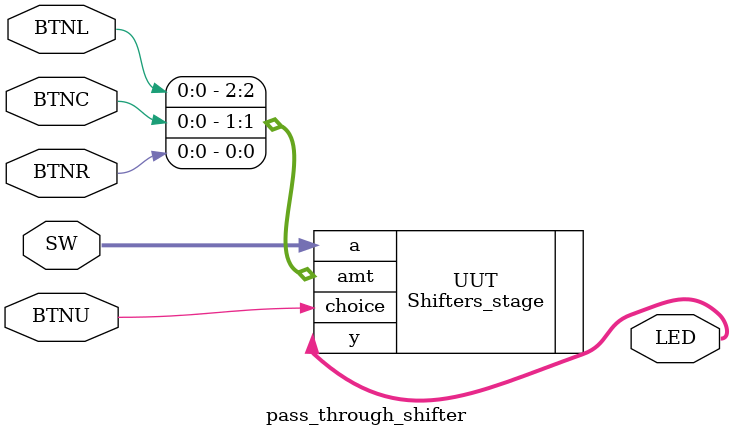
<source format=v>
`timescale 1ns / 1ps

module pass_through_shifter(
    input [7:0] SW,
    input BTNC,
    input BTNU,
    input BTNL,
    input BTNR,
    output [7:0] LED
    );
    
Shifters_stage UUT(
    .a(SW),
    .amt({BTNL,BTNC,BTNR}),
    .choice(BTNU),
    .y(LED)
);

endmodule

</source>
